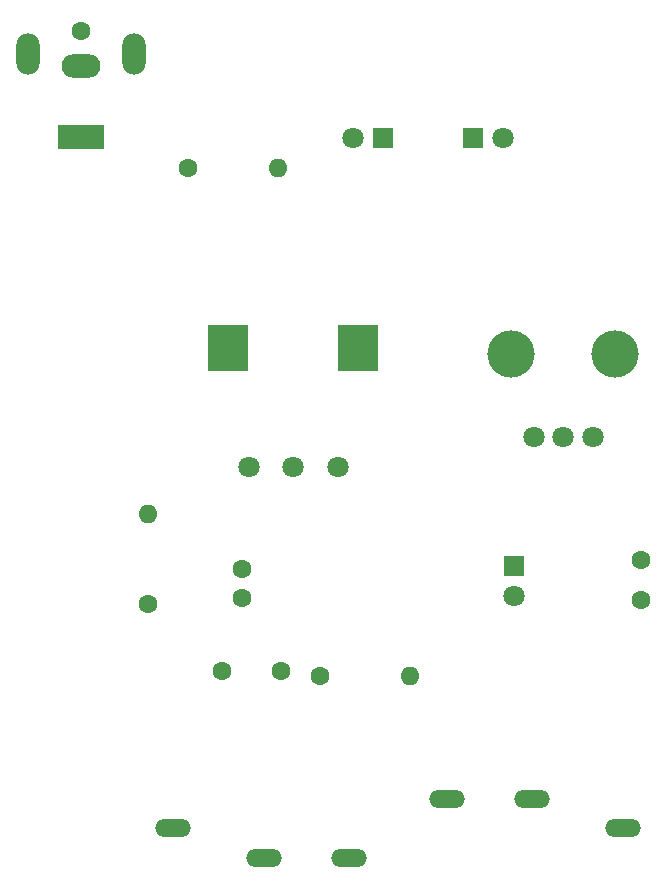
<source format=gbr>
%TF.GenerationSoftware,KiCad,Pcbnew,(6.0.0)*%
%TF.CreationDate,2022-01-15T15:10:37-08:00*%
%TF.ProjectId,Tremolo_V2,5472656d-6f6c-46f5-9f56-322e6b696361,rev?*%
%TF.SameCoordinates,Original*%
%TF.FileFunction,Soldermask,Bot*%
%TF.FilePolarity,Negative*%
%FSLAX46Y46*%
G04 Gerber Fmt 4.6, Leading zero omitted, Abs format (unit mm)*
G04 Created by KiCad (PCBNEW (6.0.0)) date 2022-01-15 15:10:37*
%MOMM*%
%LPD*%
G01*
G04 APERTURE LIST*
%ADD10C,1.800000*%
%ADD11C,4.000000*%
%ADD12R,3.500000X4.000000*%
%ADD13C,1.600000*%
%ADD14O,1.600000X1.600000*%
%ADD15O,3.016000X1.508000*%
%ADD16R,4.000000X2.000000*%
%ADD17O,3.300000X2.000000*%
%ADD18O,2.000000X3.500000*%
%ADD19R,1.800000X1.800000*%
G04 APERTURE END LIST*
D10*
%TO.C,RV1*%
X157520000Y-86240000D03*
X160020000Y-86240000D03*
X162520000Y-86240000D03*
D11*
X155620000Y-79240000D03*
X164420000Y-79240000D03*
%TD*%
D12*
%TO.C,RV2*%
X131660000Y-78740000D03*
X142660000Y-78740000D03*
D10*
X133410000Y-88740000D03*
X137160000Y-88740000D03*
X140910000Y-88740000D03*
%TD*%
D13*
%TO.C,R3*%
X128270000Y-63500000D03*
D14*
X135890000Y-63500000D03*
%TD*%
D13*
%TO.C,R2*%
X139407014Y-106466340D03*
D14*
X147027014Y-106466340D03*
%TD*%
D13*
%TO.C,R1*%
X124895691Y-100367869D03*
D14*
X124895691Y-92747869D03*
%TD*%
D13*
%TO.C,R4*%
X166583908Y-100060931D03*
X166583908Y-96660931D03*
%TD*%
D15*
%TO.C,J3*%
X157400000Y-116880000D03*
X165100000Y-119380000D03*
X150200000Y-116880000D03*
%TD*%
%TO.C,J2*%
X141900000Y-121880000D03*
X127000000Y-119380000D03*
X134700000Y-121880000D03*
%TD*%
D16*
%TO.C,J1*%
X119178203Y-60852629D03*
D17*
X119178203Y-54852629D03*
D18*
X123678203Y-53852629D03*
X114678203Y-53852629D03*
D13*
X119178203Y-51852629D03*
%TD*%
D19*
%TO.C,D3*%
X152400000Y-60960000D03*
D10*
X154940000Y-60960000D03*
%TD*%
D19*
%TO.C,D2*%
X144780000Y-60960000D03*
D10*
X142240000Y-60960000D03*
%TD*%
D19*
%TO.C,D1*%
X155843003Y-97130950D03*
D10*
X155843003Y-99670950D03*
%TD*%
D13*
%TO.C,C2*%
X132851372Y-99874462D03*
X132851372Y-97374462D03*
%TD*%
%TO.C,C1*%
X136112827Y-106092435D03*
X131112827Y-106092435D03*
%TD*%
M02*

</source>
